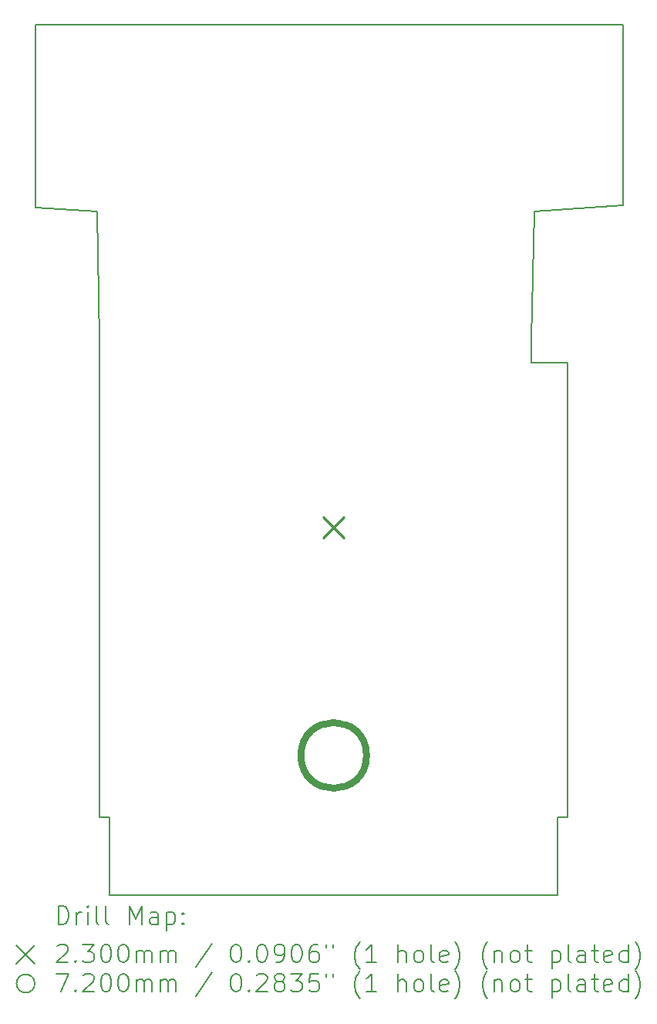
<source format=gbr>
%TF.GenerationSoftware,KiCad,Pcbnew,6.0.8*%
%TF.CreationDate,2022-10-09T16:42:21-07:00*%
%TF.ProjectId,interposer,696e7465-7270-46f7-9365-722e6b696361,v4.0*%
%TF.SameCoordinates,Original*%
%TF.FileFunction,Drillmap*%
%TF.FilePolarity,Positive*%
%FSLAX45Y45*%
G04 Gerber Fmt 4.5, Leading zero omitted, Abs format (unit mm)*
G04 Created by KiCad (PCBNEW 6.0.8) date 2022-10-09 16:42:21*
%MOMM*%
%LPD*%
G01*
G04 APERTURE LIST*
%ADD10C,0.150000*%
%ADD11C,0.200000*%
%ADD12C,0.230000*%
%ADD13C,0.720000*%
G04 APERTURE END LIST*
D10*
X7430000Y-9140000D02*
X7430000Y-3900000D01*
X6725000Y-450000D02*
X8225000Y-450000D01*
X12200000Y-2500000D02*
X13175000Y-2425000D01*
X7430000Y-3900000D02*
X7400000Y-2500000D01*
X7400000Y-2500000D02*
X6725000Y-2450000D01*
X12570000Y-9140000D02*
X12570000Y-4160000D01*
X7540000Y-10000000D02*
X12460000Y-10000000D01*
X13175000Y-450000D02*
X13125000Y-450000D01*
X13175000Y-2425000D02*
X13175000Y-950000D01*
X12460000Y-10000000D02*
X12460000Y-9140000D01*
X12170000Y-3900000D02*
X12170000Y-4160000D01*
X12460000Y-9140000D02*
X12570000Y-9140000D01*
X12570000Y-4160000D02*
X12170000Y-4160000D01*
X6725000Y-2450000D02*
X6725000Y-450000D01*
X7540000Y-9140000D02*
X7430000Y-9140000D01*
X7540000Y-10000000D02*
X7540000Y-9140000D01*
X13175000Y-950000D02*
X13175000Y-450000D01*
X8225000Y-450000D02*
X13125000Y-450000D01*
X12170000Y-3900000D02*
X12200000Y-2500000D01*
D11*
D12*
X9885000Y-5850000D02*
X10115000Y-6080000D01*
X10115000Y-5850000D02*
X9885000Y-6080000D01*
D13*
X10360000Y-8465000D02*
G75*
G03*
X10360000Y-8465000I-360000J0D01*
G01*
D11*
X6975119Y-10317976D02*
X6975119Y-10117976D01*
X7022738Y-10117976D01*
X7051309Y-10127500D01*
X7070357Y-10146548D01*
X7079881Y-10165595D01*
X7089405Y-10203690D01*
X7089405Y-10232262D01*
X7079881Y-10270357D01*
X7070357Y-10289405D01*
X7051309Y-10308452D01*
X7022738Y-10317976D01*
X6975119Y-10317976D01*
X7175119Y-10317976D02*
X7175119Y-10184643D01*
X7175119Y-10222738D02*
X7184643Y-10203690D01*
X7194167Y-10194167D01*
X7213214Y-10184643D01*
X7232262Y-10184643D01*
X7298928Y-10317976D02*
X7298928Y-10184643D01*
X7298928Y-10117976D02*
X7289405Y-10127500D01*
X7298928Y-10137024D01*
X7308452Y-10127500D01*
X7298928Y-10117976D01*
X7298928Y-10137024D01*
X7422738Y-10317976D02*
X7403690Y-10308452D01*
X7394167Y-10289405D01*
X7394167Y-10117976D01*
X7527500Y-10317976D02*
X7508452Y-10308452D01*
X7498928Y-10289405D01*
X7498928Y-10117976D01*
X7756071Y-10317976D02*
X7756071Y-10117976D01*
X7822738Y-10260833D01*
X7889405Y-10117976D01*
X7889405Y-10317976D01*
X8070357Y-10317976D02*
X8070357Y-10213214D01*
X8060833Y-10194167D01*
X8041786Y-10184643D01*
X8003690Y-10184643D01*
X7984643Y-10194167D01*
X8070357Y-10308452D02*
X8051309Y-10317976D01*
X8003690Y-10317976D01*
X7984643Y-10308452D01*
X7975119Y-10289405D01*
X7975119Y-10270357D01*
X7984643Y-10251310D01*
X8003690Y-10241786D01*
X8051309Y-10241786D01*
X8070357Y-10232262D01*
X8165595Y-10184643D02*
X8165595Y-10384643D01*
X8165595Y-10194167D02*
X8184643Y-10184643D01*
X8222738Y-10184643D01*
X8241786Y-10194167D01*
X8251309Y-10203690D01*
X8260833Y-10222738D01*
X8260833Y-10279881D01*
X8251309Y-10298929D01*
X8241786Y-10308452D01*
X8222738Y-10317976D01*
X8184643Y-10317976D01*
X8165595Y-10308452D01*
X8346548Y-10298929D02*
X8356071Y-10308452D01*
X8346548Y-10317976D01*
X8337024Y-10308452D01*
X8346548Y-10298929D01*
X8346548Y-10317976D01*
X8346548Y-10194167D02*
X8356071Y-10203690D01*
X8346548Y-10213214D01*
X8337024Y-10203690D01*
X8346548Y-10194167D01*
X8346548Y-10213214D01*
X6517500Y-10547500D02*
X6717500Y-10747500D01*
X6717500Y-10547500D02*
X6517500Y-10747500D01*
X6965595Y-10557024D02*
X6975119Y-10547500D01*
X6994167Y-10537976D01*
X7041786Y-10537976D01*
X7060833Y-10547500D01*
X7070357Y-10557024D01*
X7079881Y-10576071D01*
X7079881Y-10595119D01*
X7070357Y-10623690D01*
X6956071Y-10737976D01*
X7079881Y-10737976D01*
X7165595Y-10718929D02*
X7175119Y-10728452D01*
X7165595Y-10737976D01*
X7156071Y-10728452D01*
X7165595Y-10718929D01*
X7165595Y-10737976D01*
X7241786Y-10537976D02*
X7365595Y-10537976D01*
X7298928Y-10614167D01*
X7327500Y-10614167D01*
X7346548Y-10623690D01*
X7356071Y-10633214D01*
X7365595Y-10652262D01*
X7365595Y-10699881D01*
X7356071Y-10718929D01*
X7346548Y-10728452D01*
X7327500Y-10737976D01*
X7270357Y-10737976D01*
X7251309Y-10728452D01*
X7241786Y-10718929D01*
X7489405Y-10537976D02*
X7508452Y-10537976D01*
X7527500Y-10547500D01*
X7537024Y-10557024D01*
X7546548Y-10576071D01*
X7556071Y-10614167D01*
X7556071Y-10661786D01*
X7546548Y-10699881D01*
X7537024Y-10718929D01*
X7527500Y-10728452D01*
X7508452Y-10737976D01*
X7489405Y-10737976D01*
X7470357Y-10728452D01*
X7460833Y-10718929D01*
X7451309Y-10699881D01*
X7441786Y-10661786D01*
X7441786Y-10614167D01*
X7451309Y-10576071D01*
X7460833Y-10557024D01*
X7470357Y-10547500D01*
X7489405Y-10537976D01*
X7679881Y-10537976D02*
X7698928Y-10537976D01*
X7717976Y-10547500D01*
X7727500Y-10557024D01*
X7737024Y-10576071D01*
X7746548Y-10614167D01*
X7746548Y-10661786D01*
X7737024Y-10699881D01*
X7727500Y-10718929D01*
X7717976Y-10728452D01*
X7698928Y-10737976D01*
X7679881Y-10737976D01*
X7660833Y-10728452D01*
X7651309Y-10718929D01*
X7641786Y-10699881D01*
X7632262Y-10661786D01*
X7632262Y-10614167D01*
X7641786Y-10576071D01*
X7651309Y-10557024D01*
X7660833Y-10547500D01*
X7679881Y-10537976D01*
X7832262Y-10737976D02*
X7832262Y-10604643D01*
X7832262Y-10623690D02*
X7841786Y-10614167D01*
X7860833Y-10604643D01*
X7889405Y-10604643D01*
X7908452Y-10614167D01*
X7917976Y-10633214D01*
X7917976Y-10737976D01*
X7917976Y-10633214D02*
X7927500Y-10614167D01*
X7946548Y-10604643D01*
X7975119Y-10604643D01*
X7994167Y-10614167D01*
X8003690Y-10633214D01*
X8003690Y-10737976D01*
X8098928Y-10737976D02*
X8098928Y-10604643D01*
X8098928Y-10623690D02*
X8108452Y-10614167D01*
X8127500Y-10604643D01*
X8156071Y-10604643D01*
X8175119Y-10614167D01*
X8184643Y-10633214D01*
X8184643Y-10737976D01*
X8184643Y-10633214D02*
X8194167Y-10614167D01*
X8213214Y-10604643D01*
X8241786Y-10604643D01*
X8260833Y-10614167D01*
X8270357Y-10633214D01*
X8270357Y-10737976D01*
X8660833Y-10528452D02*
X8489405Y-10785595D01*
X8917976Y-10537976D02*
X8937024Y-10537976D01*
X8956071Y-10547500D01*
X8965595Y-10557024D01*
X8975119Y-10576071D01*
X8984643Y-10614167D01*
X8984643Y-10661786D01*
X8975119Y-10699881D01*
X8965595Y-10718929D01*
X8956071Y-10728452D01*
X8937024Y-10737976D01*
X8917976Y-10737976D01*
X8898929Y-10728452D01*
X8889405Y-10718929D01*
X8879881Y-10699881D01*
X8870357Y-10661786D01*
X8870357Y-10614167D01*
X8879881Y-10576071D01*
X8889405Y-10557024D01*
X8898929Y-10547500D01*
X8917976Y-10537976D01*
X9070357Y-10718929D02*
X9079881Y-10728452D01*
X9070357Y-10737976D01*
X9060833Y-10728452D01*
X9070357Y-10718929D01*
X9070357Y-10737976D01*
X9203690Y-10537976D02*
X9222738Y-10537976D01*
X9241786Y-10547500D01*
X9251310Y-10557024D01*
X9260833Y-10576071D01*
X9270357Y-10614167D01*
X9270357Y-10661786D01*
X9260833Y-10699881D01*
X9251310Y-10718929D01*
X9241786Y-10728452D01*
X9222738Y-10737976D01*
X9203690Y-10737976D01*
X9184643Y-10728452D01*
X9175119Y-10718929D01*
X9165595Y-10699881D01*
X9156071Y-10661786D01*
X9156071Y-10614167D01*
X9165595Y-10576071D01*
X9175119Y-10557024D01*
X9184643Y-10547500D01*
X9203690Y-10537976D01*
X9365595Y-10737976D02*
X9403690Y-10737976D01*
X9422738Y-10728452D01*
X9432262Y-10718929D01*
X9451310Y-10690357D01*
X9460833Y-10652262D01*
X9460833Y-10576071D01*
X9451310Y-10557024D01*
X9441786Y-10547500D01*
X9422738Y-10537976D01*
X9384643Y-10537976D01*
X9365595Y-10547500D01*
X9356071Y-10557024D01*
X9346548Y-10576071D01*
X9346548Y-10623690D01*
X9356071Y-10642738D01*
X9365595Y-10652262D01*
X9384643Y-10661786D01*
X9422738Y-10661786D01*
X9441786Y-10652262D01*
X9451310Y-10642738D01*
X9460833Y-10623690D01*
X9584643Y-10537976D02*
X9603690Y-10537976D01*
X9622738Y-10547500D01*
X9632262Y-10557024D01*
X9641786Y-10576071D01*
X9651310Y-10614167D01*
X9651310Y-10661786D01*
X9641786Y-10699881D01*
X9632262Y-10718929D01*
X9622738Y-10728452D01*
X9603690Y-10737976D01*
X9584643Y-10737976D01*
X9565595Y-10728452D01*
X9556071Y-10718929D01*
X9546548Y-10699881D01*
X9537024Y-10661786D01*
X9537024Y-10614167D01*
X9546548Y-10576071D01*
X9556071Y-10557024D01*
X9565595Y-10547500D01*
X9584643Y-10537976D01*
X9822738Y-10537976D02*
X9784643Y-10537976D01*
X9765595Y-10547500D01*
X9756071Y-10557024D01*
X9737024Y-10585595D01*
X9727500Y-10623690D01*
X9727500Y-10699881D01*
X9737024Y-10718929D01*
X9746548Y-10728452D01*
X9765595Y-10737976D01*
X9803690Y-10737976D01*
X9822738Y-10728452D01*
X9832262Y-10718929D01*
X9841786Y-10699881D01*
X9841786Y-10652262D01*
X9832262Y-10633214D01*
X9822738Y-10623690D01*
X9803690Y-10614167D01*
X9765595Y-10614167D01*
X9746548Y-10623690D01*
X9737024Y-10633214D01*
X9727500Y-10652262D01*
X9917976Y-10537976D02*
X9917976Y-10576071D01*
X9994167Y-10537976D02*
X9994167Y-10576071D01*
X10289405Y-10814167D02*
X10279881Y-10804643D01*
X10260833Y-10776071D01*
X10251310Y-10757024D01*
X10241786Y-10728452D01*
X10232262Y-10680833D01*
X10232262Y-10642738D01*
X10241786Y-10595119D01*
X10251310Y-10566548D01*
X10260833Y-10547500D01*
X10279881Y-10518929D01*
X10289405Y-10509405D01*
X10470357Y-10737976D02*
X10356071Y-10737976D01*
X10413214Y-10737976D02*
X10413214Y-10537976D01*
X10394167Y-10566548D01*
X10375119Y-10585595D01*
X10356071Y-10595119D01*
X10708452Y-10737976D02*
X10708452Y-10537976D01*
X10794167Y-10737976D02*
X10794167Y-10633214D01*
X10784643Y-10614167D01*
X10765595Y-10604643D01*
X10737024Y-10604643D01*
X10717976Y-10614167D01*
X10708452Y-10623690D01*
X10917976Y-10737976D02*
X10898929Y-10728452D01*
X10889405Y-10718929D01*
X10879881Y-10699881D01*
X10879881Y-10642738D01*
X10889405Y-10623690D01*
X10898929Y-10614167D01*
X10917976Y-10604643D01*
X10946548Y-10604643D01*
X10965595Y-10614167D01*
X10975119Y-10623690D01*
X10984643Y-10642738D01*
X10984643Y-10699881D01*
X10975119Y-10718929D01*
X10965595Y-10728452D01*
X10946548Y-10737976D01*
X10917976Y-10737976D01*
X11098929Y-10737976D02*
X11079881Y-10728452D01*
X11070357Y-10709405D01*
X11070357Y-10537976D01*
X11251309Y-10728452D02*
X11232262Y-10737976D01*
X11194167Y-10737976D01*
X11175119Y-10728452D01*
X11165595Y-10709405D01*
X11165595Y-10633214D01*
X11175119Y-10614167D01*
X11194167Y-10604643D01*
X11232262Y-10604643D01*
X11251309Y-10614167D01*
X11260833Y-10633214D01*
X11260833Y-10652262D01*
X11165595Y-10671310D01*
X11327500Y-10814167D02*
X11337024Y-10804643D01*
X11356071Y-10776071D01*
X11365595Y-10757024D01*
X11375119Y-10728452D01*
X11384643Y-10680833D01*
X11384643Y-10642738D01*
X11375119Y-10595119D01*
X11365595Y-10566548D01*
X11356071Y-10547500D01*
X11337024Y-10518929D01*
X11327500Y-10509405D01*
X11689405Y-10814167D02*
X11679881Y-10804643D01*
X11660833Y-10776071D01*
X11651309Y-10757024D01*
X11641786Y-10728452D01*
X11632262Y-10680833D01*
X11632262Y-10642738D01*
X11641786Y-10595119D01*
X11651309Y-10566548D01*
X11660833Y-10547500D01*
X11679881Y-10518929D01*
X11689405Y-10509405D01*
X11765595Y-10604643D02*
X11765595Y-10737976D01*
X11765595Y-10623690D02*
X11775119Y-10614167D01*
X11794167Y-10604643D01*
X11822738Y-10604643D01*
X11841786Y-10614167D01*
X11851309Y-10633214D01*
X11851309Y-10737976D01*
X11975119Y-10737976D02*
X11956071Y-10728452D01*
X11946548Y-10718929D01*
X11937024Y-10699881D01*
X11937024Y-10642738D01*
X11946548Y-10623690D01*
X11956071Y-10614167D01*
X11975119Y-10604643D01*
X12003690Y-10604643D01*
X12022738Y-10614167D01*
X12032262Y-10623690D01*
X12041786Y-10642738D01*
X12041786Y-10699881D01*
X12032262Y-10718929D01*
X12022738Y-10728452D01*
X12003690Y-10737976D01*
X11975119Y-10737976D01*
X12098928Y-10604643D02*
X12175119Y-10604643D01*
X12127500Y-10537976D02*
X12127500Y-10709405D01*
X12137024Y-10728452D01*
X12156071Y-10737976D01*
X12175119Y-10737976D01*
X12394167Y-10604643D02*
X12394167Y-10804643D01*
X12394167Y-10614167D02*
X12413214Y-10604643D01*
X12451309Y-10604643D01*
X12470357Y-10614167D01*
X12479881Y-10623690D01*
X12489405Y-10642738D01*
X12489405Y-10699881D01*
X12479881Y-10718929D01*
X12470357Y-10728452D01*
X12451309Y-10737976D01*
X12413214Y-10737976D01*
X12394167Y-10728452D01*
X12603690Y-10737976D02*
X12584643Y-10728452D01*
X12575119Y-10709405D01*
X12575119Y-10537976D01*
X12765595Y-10737976D02*
X12765595Y-10633214D01*
X12756071Y-10614167D01*
X12737024Y-10604643D01*
X12698928Y-10604643D01*
X12679881Y-10614167D01*
X12765595Y-10728452D02*
X12746548Y-10737976D01*
X12698928Y-10737976D01*
X12679881Y-10728452D01*
X12670357Y-10709405D01*
X12670357Y-10690357D01*
X12679881Y-10671310D01*
X12698928Y-10661786D01*
X12746548Y-10661786D01*
X12765595Y-10652262D01*
X12832262Y-10604643D02*
X12908452Y-10604643D01*
X12860833Y-10537976D02*
X12860833Y-10709405D01*
X12870357Y-10728452D01*
X12889405Y-10737976D01*
X12908452Y-10737976D01*
X13051309Y-10728452D02*
X13032262Y-10737976D01*
X12994167Y-10737976D01*
X12975119Y-10728452D01*
X12965595Y-10709405D01*
X12965595Y-10633214D01*
X12975119Y-10614167D01*
X12994167Y-10604643D01*
X13032262Y-10604643D01*
X13051309Y-10614167D01*
X13060833Y-10633214D01*
X13060833Y-10652262D01*
X12965595Y-10671310D01*
X13232262Y-10737976D02*
X13232262Y-10537976D01*
X13232262Y-10728452D02*
X13213214Y-10737976D01*
X13175119Y-10737976D01*
X13156071Y-10728452D01*
X13146548Y-10718929D01*
X13137024Y-10699881D01*
X13137024Y-10642738D01*
X13146548Y-10623690D01*
X13156071Y-10614167D01*
X13175119Y-10604643D01*
X13213214Y-10604643D01*
X13232262Y-10614167D01*
X13308452Y-10814167D02*
X13317976Y-10804643D01*
X13337024Y-10776071D01*
X13346548Y-10757024D01*
X13356071Y-10728452D01*
X13365595Y-10680833D01*
X13365595Y-10642738D01*
X13356071Y-10595119D01*
X13346548Y-10566548D01*
X13337024Y-10547500D01*
X13317976Y-10518929D01*
X13308452Y-10509405D01*
X6717500Y-10967500D02*
G75*
G03*
X6717500Y-10967500I-100000J0D01*
G01*
X6956071Y-10857976D02*
X7089405Y-10857976D01*
X7003690Y-11057976D01*
X7165595Y-11038929D02*
X7175119Y-11048452D01*
X7165595Y-11057976D01*
X7156071Y-11048452D01*
X7165595Y-11038929D01*
X7165595Y-11057976D01*
X7251309Y-10877024D02*
X7260833Y-10867500D01*
X7279881Y-10857976D01*
X7327500Y-10857976D01*
X7346548Y-10867500D01*
X7356071Y-10877024D01*
X7365595Y-10896071D01*
X7365595Y-10915119D01*
X7356071Y-10943690D01*
X7241786Y-11057976D01*
X7365595Y-11057976D01*
X7489405Y-10857976D02*
X7508452Y-10857976D01*
X7527500Y-10867500D01*
X7537024Y-10877024D01*
X7546548Y-10896071D01*
X7556071Y-10934167D01*
X7556071Y-10981786D01*
X7546548Y-11019881D01*
X7537024Y-11038929D01*
X7527500Y-11048452D01*
X7508452Y-11057976D01*
X7489405Y-11057976D01*
X7470357Y-11048452D01*
X7460833Y-11038929D01*
X7451309Y-11019881D01*
X7441786Y-10981786D01*
X7441786Y-10934167D01*
X7451309Y-10896071D01*
X7460833Y-10877024D01*
X7470357Y-10867500D01*
X7489405Y-10857976D01*
X7679881Y-10857976D02*
X7698928Y-10857976D01*
X7717976Y-10867500D01*
X7727500Y-10877024D01*
X7737024Y-10896071D01*
X7746548Y-10934167D01*
X7746548Y-10981786D01*
X7737024Y-11019881D01*
X7727500Y-11038929D01*
X7717976Y-11048452D01*
X7698928Y-11057976D01*
X7679881Y-11057976D01*
X7660833Y-11048452D01*
X7651309Y-11038929D01*
X7641786Y-11019881D01*
X7632262Y-10981786D01*
X7632262Y-10934167D01*
X7641786Y-10896071D01*
X7651309Y-10877024D01*
X7660833Y-10867500D01*
X7679881Y-10857976D01*
X7832262Y-11057976D02*
X7832262Y-10924643D01*
X7832262Y-10943690D02*
X7841786Y-10934167D01*
X7860833Y-10924643D01*
X7889405Y-10924643D01*
X7908452Y-10934167D01*
X7917976Y-10953214D01*
X7917976Y-11057976D01*
X7917976Y-10953214D02*
X7927500Y-10934167D01*
X7946548Y-10924643D01*
X7975119Y-10924643D01*
X7994167Y-10934167D01*
X8003690Y-10953214D01*
X8003690Y-11057976D01*
X8098928Y-11057976D02*
X8098928Y-10924643D01*
X8098928Y-10943690D02*
X8108452Y-10934167D01*
X8127500Y-10924643D01*
X8156071Y-10924643D01*
X8175119Y-10934167D01*
X8184643Y-10953214D01*
X8184643Y-11057976D01*
X8184643Y-10953214D02*
X8194167Y-10934167D01*
X8213214Y-10924643D01*
X8241786Y-10924643D01*
X8260833Y-10934167D01*
X8270357Y-10953214D01*
X8270357Y-11057976D01*
X8660833Y-10848452D02*
X8489405Y-11105595D01*
X8917976Y-10857976D02*
X8937024Y-10857976D01*
X8956071Y-10867500D01*
X8965595Y-10877024D01*
X8975119Y-10896071D01*
X8984643Y-10934167D01*
X8984643Y-10981786D01*
X8975119Y-11019881D01*
X8965595Y-11038929D01*
X8956071Y-11048452D01*
X8937024Y-11057976D01*
X8917976Y-11057976D01*
X8898929Y-11048452D01*
X8889405Y-11038929D01*
X8879881Y-11019881D01*
X8870357Y-10981786D01*
X8870357Y-10934167D01*
X8879881Y-10896071D01*
X8889405Y-10877024D01*
X8898929Y-10867500D01*
X8917976Y-10857976D01*
X9070357Y-11038929D02*
X9079881Y-11048452D01*
X9070357Y-11057976D01*
X9060833Y-11048452D01*
X9070357Y-11038929D01*
X9070357Y-11057976D01*
X9156071Y-10877024D02*
X9165595Y-10867500D01*
X9184643Y-10857976D01*
X9232262Y-10857976D01*
X9251310Y-10867500D01*
X9260833Y-10877024D01*
X9270357Y-10896071D01*
X9270357Y-10915119D01*
X9260833Y-10943690D01*
X9146548Y-11057976D01*
X9270357Y-11057976D01*
X9384643Y-10943690D02*
X9365595Y-10934167D01*
X9356071Y-10924643D01*
X9346548Y-10905595D01*
X9346548Y-10896071D01*
X9356071Y-10877024D01*
X9365595Y-10867500D01*
X9384643Y-10857976D01*
X9422738Y-10857976D01*
X9441786Y-10867500D01*
X9451310Y-10877024D01*
X9460833Y-10896071D01*
X9460833Y-10905595D01*
X9451310Y-10924643D01*
X9441786Y-10934167D01*
X9422738Y-10943690D01*
X9384643Y-10943690D01*
X9365595Y-10953214D01*
X9356071Y-10962738D01*
X9346548Y-10981786D01*
X9346548Y-11019881D01*
X9356071Y-11038929D01*
X9365595Y-11048452D01*
X9384643Y-11057976D01*
X9422738Y-11057976D01*
X9441786Y-11048452D01*
X9451310Y-11038929D01*
X9460833Y-11019881D01*
X9460833Y-10981786D01*
X9451310Y-10962738D01*
X9441786Y-10953214D01*
X9422738Y-10943690D01*
X9527500Y-10857976D02*
X9651310Y-10857976D01*
X9584643Y-10934167D01*
X9613214Y-10934167D01*
X9632262Y-10943690D01*
X9641786Y-10953214D01*
X9651310Y-10972262D01*
X9651310Y-11019881D01*
X9641786Y-11038929D01*
X9632262Y-11048452D01*
X9613214Y-11057976D01*
X9556071Y-11057976D01*
X9537024Y-11048452D01*
X9527500Y-11038929D01*
X9832262Y-10857976D02*
X9737024Y-10857976D01*
X9727500Y-10953214D01*
X9737024Y-10943690D01*
X9756071Y-10934167D01*
X9803690Y-10934167D01*
X9822738Y-10943690D01*
X9832262Y-10953214D01*
X9841786Y-10972262D01*
X9841786Y-11019881D01*
X9832262Y-11038929D01*
X9822738Y-11048452D01*
X9803690Y-11057976D01*
X9756071Y-11057976D01*
X9737024Y-11048452D01*
X9727500Y-11038929D01*
X9917976Y-10857976D02*
X9917976Y-10896071D01*
X9994167Y-10857976D02*
X9994167Y-10896071D01*
X10289405Y-11134167D02*
X10279881Y-11124643D01*
X10260833Y-11096071D01*
X10251310Y-11077024D01*
X10241786Y-11048452D01*
X10232262Y-11000833D01*
X10232262Y-10962738D01*
X10241786Y-10915119D01*
X10251310Y-10886548D01*
X10260833Y-10867500D01*
X10279881Y-10838929D01*
X10289405Y-10829405D01*
X10470357Y-11057976D02*
X10356071Y-11057976D01*
X10413214Y-11057976D02*
X10413214Y-10857976D01*
X10394167Y-10886548D01*
X10375119Y-10905595D01*
X10356071Y-10915119D01*
X10708452Y-11057976D02*
X10708452Y-10857976D01*
X10794167Y-11057976D02*
X10794167Y-10953214D01*
X10784643Y-10934167D01*
X10765595Y-10924643D01*
X10737024Y-10924643D01*
X10717976Y-10934167D01*
X10708452Y-10943690D01*
X10917976Y-11057976D02*
X10898929Y-11048452D01*
X10889405Y-11038929D01*
X10879881Y-11019881D01*
X10879881Y-10962738D01*
X10889405Y-10943690D01*
X10898929Y-10934167D01*
X10917976Y-10924643D01*
X10946548Y-10924643D01*
X10965595Y-10934167D01*
X10975119Y-10943690D01*
X10984643Y-10962738D01*
X10984643Y-11019881D01*
X10975119Y-11038929D01*
X10965595Y-11048452D01*
X10946548Y-11057976D01*
X10917976Y-11057976D01*
X11098929Y-11057976D02*
X11079881Y-11048452D01*
X11070357Y-11029405D01*
X11070357Y-10857976D01*
X11251309Y-11048452D02*
X11232262Y-11057976D01*
X11194167Y-11057976D01*
X11175119Y-11048452D01*
X11165595Y-11029405D01*
X11165595Y-10953214D01*
X11175119Y-10934167D01*
X11194167Y-10924643D01*
X11232262Y-10924643D01*
X11251309Y-10934167D01*
X11260833Y-10953214D01*
X11260833Y-10972262D01*
X11165595Y-10991310D01*
X11327500Y-11134167D02*
X11337024Y-11124643D01*
X11356071Y-11096071D01*
X11365595Y-11077024D01*
X11375119Y-11048452D01*
X11384643Y-11000833D01*
X11384643Y-10962738D01*
X11375119Y-10915119D01*
X11365595Y-10886548D01*
X11356071Y-10867500D01*
X11337024Y-10838929D01*
X11327500Y-10829405D01*
X11689405Y-11134167D02*
X11679881Y-11124643D01*
X11660833Y-11096071D01*
X11651309Y-11077024D01*
X11641786Y-11048452D01*
X11632262Y-11000833D01*
X11632262Y-10962738D01*
X11641786Y-10915119D01*
X11651309Y-10886548D01*
X11660833Y-10867500D01*
X11679881Y-10838929D01*
X11689405Y-10829405D01*
X11765595Y-10924643D02*
X11765595Y-11057976D01*
X11765595Y-10943690D02*
X11775119Y-10934167D01*
X11794167Y-10924643D01*
X11822738Y-10924643D01*
X11841786Y-10934167D01*
X11851309Y-10953214D01*
X11851309Y-11057976D01*
X11975119Y-11057976D02*
X11956071Y-11048452D01*
X11946548Y-11038929D01*
X11937024Y-11019881D01*
X11937024Y-10962738D01*
X11946548Y-10943690D01*
X11956071Y-10934167D01*
X11975119Y-10924643D01*
X12003690Y-10924643D01*
X12022738Y-10934167D01*
X12032262Y-10943690D01*
X12041786Y-10962738D01*
X12041786Y-11019881D01*
X12032262Y-11038929D01*
X12022738Y-11048452D01*
X12003690Y-11057976D01*
X11975119Y-11057976D01*
X12098928Y-10924643D02*
X12175119Y-10924643D01*
X12127500Y-10857976D02*
X12127500Y-11029405D01*
X12137024Y-11048452D01*
X12156071Y-11057976D01*
X12175119Y-11057976D01*
X12394167Y-10924643D02*
X12394167Y-11124643D01*
X12394167Y-10934167D02*
X12413214Y-10924643D01*
X12451309Y-10924643D01*
X12470357Y-10934167D01*
X12479881Y-10943690D01*
X12489405Y-10962738D01*
X12489405Y-11019881D01*
X12479881Y-11038929D01*
X12470357Y-11048452D01*
X12451309Y-11057976D01*
X12413214Y-11057976D01*
X12394167Y-11048452D01*
X12603690Y-11057976D02*
X12584643Y-11048452D01*
X12575119Y-11029405D01*
X12575119Y-10857976D01*
X12765595Y-11057976D02*
X12765595Y-10953214D01*
X12756071Y-10934167D01*
X12737024Y-10924643D01*
X12698928Y-10924643D01*
X12679881Y-10934167D01*
X12765595Y-11048452D02*
X12746548Y-11057976D01*
X12698928Y-11057976D01*
X12679881Y-11048452D01*
X12670357Y-11029405D01*
X12670357Y-11010357D01*
X12679881Y-10991310D01*
X12698928Y-10981786D01*
X12746548Y-10981786D01*
X12765595Y-10972262D01*
X12832262Y-10924643D02*
X12908452Y-10924643D01*
X12860833Y-10857976D02*
X12860833Y-11029405D01*
X12870357Y-11048452D01*
X12889405Y-11057976D01*
X12908452Y-11057976D01*
X13051309Y-11048452D02*
X13032262Y-11057976D01*
X12994167Y-11057976D01*
X12975119Y-11048452D01*
X12965595Y-11029405D01*
X12965595Y-10953214D01*
X12975119Y-10934167D01*
X12994167Y-10924643D01*
X13032262Y-10924643D01*
X13051309Y-10934167D01*
X13060833Y-10953214D01*
X13060833Y-10972262D01*
X12965595Y-10991310D01*
X13232262Y-11057976D02*
X13232262Y-10857976D01*
X13232262Y-11048452D02*
X13213214Y-11057976D01*
X13175119Y-11057976D01*
X13156071Y-11048452D01*
X13146548Y-11038929D01*
X13137024Y-11019881D01*
X13137024Y-10962738D01*
X13146548Y-10943690D01*
X13156071Y-10934167D01*
X13175119Y-10924643D01*
X13213214Y-10924643D01*
X13232262Y-10934167D01*
X13308452Y-11134167D02*
X13317976Y-11124643D01*
X13337024Y-11096071D01*
X13346548Y-11077024D01*
X13356071Y-11048452D01*
X13365595Y-11000833D01*
X13365595Y-10962738D01*
X13356071Y-10915119D01*
X13346548Y-10886548D01*
X13337024Y-10867500D01*
X13317976Y-10838929D01*
X13308452Y-10829405D01*
M02*

</source>
